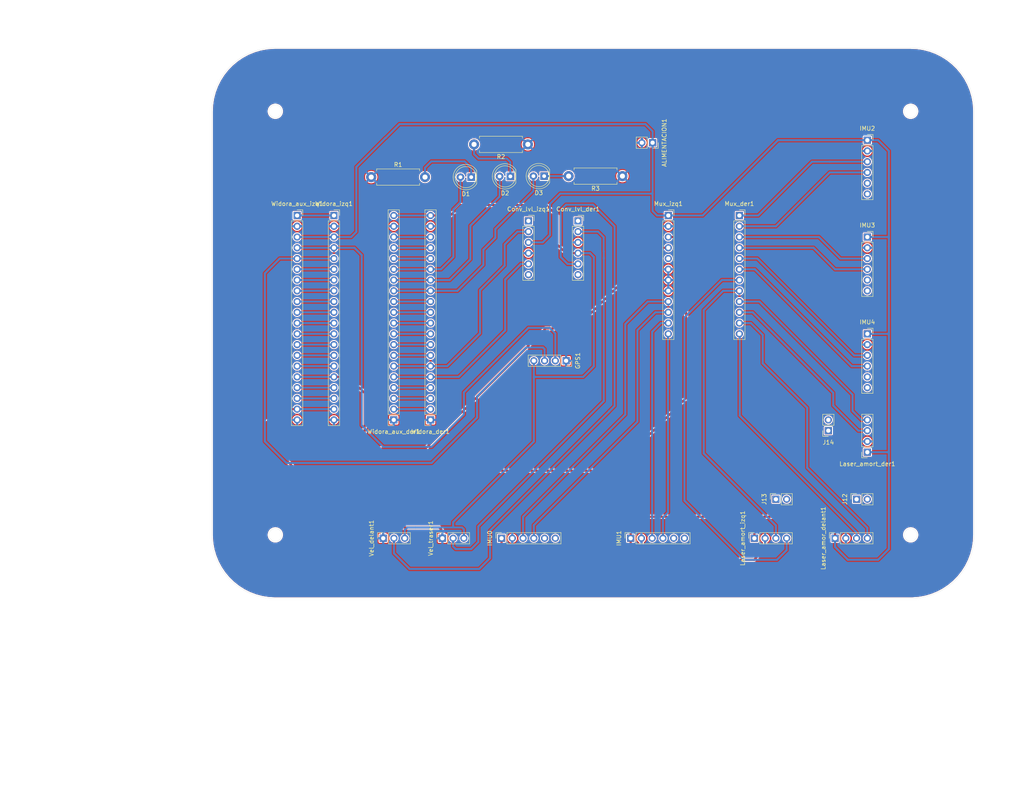
<source format=kicad_pcb>
(kicad_pcb (version 20171130) (host pcbnew "(5.1.9)-1")
  (layers (0 F.Cu signal hide) (31 B.Cu signal) (34 B.Paste user) (35 F.Paste user) (36 B.SilkS user) (37 F.SilkS user) (38 B.Mask user) (39 F.Mask user) (44 Edge.Cuts user))
  (net 0 "")
  (net 1 "Net-(D1-Pad1)")
  (net 2 /IO15)
  (net 3 /IO13)
  (net 4 "Net-(D2-Pad1)")
  (net 5 "Net-(D3-Pad1)")
  (net 6 /IO12)
  (net 7 /TXI1)
  (net 8 /RXO1)
  (net 9 +3V3)
  (net 10 GND)
  (net 11 /RXO2)
  (net 12 /TXI2)
  (net 13 /RXI1)
  (net 14 +5V)
  (net 15 /RXI2)
  (net 16 /TXO1)
  (net 17 /TXO2)
  (net 18 /RX2)
  (net 19 /TX2)
  (net 20 /SDA)
  (net 21 /TXD0)
  (net 22 /RXD0)
  (net 23 /SCL)
  (net 24 /IO19)
  (net 25 /IO23)
  (net 26 /IO18)
  (net 27 /IO5)
  (net 28 /SPID)
  (net 29 /SPIQ)
  (net 30 /CLK)
  (net 31 /CS0)
  (net 32 /WP)
  (net 33 /HD)
  (net 34 /VP)
  (net 35 /VN)
  (net 36 /PU)
  (net 37 /IO32)
  (net 38 /IO33)
  (net 39 /IO25)
  (net 40 /IO26)
  (net 41 /IO27)
  (net 42 /IO14)
  (net 43 /IO2)
  (net 44 /IO0)
  (net 45 /IO4)
  (net 46 /RST)
  (net 47 /SD0)
  (net 48 /SC0)
  (net 49 /SD1)
  (net 50 /SC1)
  (net 51 /SD5)
  (net 52 /SC5)
  (net 53 /SC6)
  (net 54 /SD6)
  (net 55 /SD7)
  (net 56 /SC7)
  (net 57 /G5)
  (net 58 /X5)
  (net 59 /G7)
  (net 60 /X7)
  (net 61 /X6)
  (net 62 /G6)
  (net 63 /SC4)
  (net 64 /SD4)
  (net 65 /SC3)
  (net 66 /SD3)
  (net 67 /SC2)
  (net 68 /SD2)
  (net 69 /INT0)
  (net 70 /FSYNC0)
  (net 71 /FSYNC3)
  (net 72 /INT3)
  (net 73 /FSYNC1)
  (net 74 /INT1)
  (net 75 /INT4)
  (net 76 /FSYNC4)
  (net 77 /INT2)
  (net 78 /FSYNC2)
  (module Connector_PinSocket_2.54mm:PinSocket_1x06_P2.54mm_Vertical (layer F.Cu) (at 125.73 146.05 90)
    (fp_text reference IMU0 (at 0 -2.77 90) (layer F.SilkS))
    (fp_text value Conn_01x06_Female)
    (pad 6 thru_hole oval (at 0 12.7 90) (size 1.7 1.7) (drill 1) (layers *.Cu *.Mask) (net 70 /FSYNC0))
    (pad 5 thru_hole oval (at 0 10.16 90) (size 1.7 1.7) (drill 1) (layers *.Cu *.Mask) (net 69 /INT0))
    (pad 4 thru_hole oval (at 0 7.62 90) (size 1.7 1.7) (drill 1) (layers *.Cu *.Mask) (net 48 /SC0))
    (pad 3 thru_hole oval (at 0 5.08 90) (size 1.7 1.7) (drill 1) (layers *.Cu *.Mask) (net 47 /SD0))
    (pad 2 thru_hole oval (at 0 2.54 90) (size 1.7 1.7) (drill 1) (layers *.Cu *.Mask) (net 10 GND))
    (pad 1 thru_hole rect (at 0 0 90) (size 1.7 1.7) (drill 1) (layers *.Cu *.Mask) (net 9 +3V3))
  )
  (module Connector_PinSocket_2.54mm:PinSocket_1x12_P2.54mm_Vertical (layer F.Cu) (at 165.1 69.85)
    (fp_text reference Mux_izq1 (at 0 -2.77) (layer F.SilkS))
    (fp_text value Conn_01x12_Female)
    (pad 12 thru_hole oval (at 0 27.94) (size 1.7 1.7) (drill 1) (layers *.Cu *.Mask) (net 50 /SC1))
    (pad 11 thru_hole oval (at 0 25.4) (size 1.7 1.7) (drill 1) (layers *.Cu *.Mask) (net 49 /SD1))
    (pad 10 thru_hole oval (at 0 22.86) (size 1.7 1.7) (drill 1) (layers *.Cu *.Mask) (net 48 /SC0))
    (pad 9 thru_hole oval (at 0 20.32) (size 1.7 1.7) (drill 1) (layers *.Cu *.Mask) (net 47 /SD0))
    (pad 8 thru_hole oval (at 0 17.78) (size 1.7 1.7) (drill 1) (layers *.Cu *.Mask) (net 10 GND))
    (pad 7 thru_hole oval (at 0 15.24) (size 1.7 1.7) (drill 1) (layers *.Cu *.Mask) (net 10 GND))
    (pad 6 thru_hole oval (at 0 12.7) (size 1.7 1.7) (drill 1) (layers *.Cu *.Mask) (net 10 GND))
    (pad 5 thru_hole oval (at 0 10.16) (size 1.7 1.7) (drill 1) (layers *.Cu *.Mask) (net 46 /RST))
    (pad 4 thru_hole oval (at 0 7.62) (size 1.7 1.7) (drill 1) (layers *.Cu *.Mask) (net 23 /SCL))
    (pad 3 thru_hole oval (at 0 5.08) (size 1.7 1.7) (drill 1) (layers *.Cu *.Mask) (net 20 /SDA))
    (pad 2 thru_hole oval (at 0 2.54) (size 1.7 1.7) (drill 1) (layers *.Cu *.Mask) (net 10 GND))
    (pad 1 thru_hole rect (at 0 0) (size 1.7 1.7) (drill 1) (layers *.Cu *.Mask) (net 9 +3V3))
  )
  (module Connector_PinSocket_2.54mm:PinSocket_1x02_P2.54mm_Vertical (layer F.Cu) (at 161.3916 52.6669 270)
    (fp_text reference ALIMENTACION1 (at 0 -2.77 90) (layer F.SilkS))
    (fp_text value Conn_01x02_Female)
    (pad 2 thru_hole oval (at 0 2.54 270) (size 1.7 1.7) (drill 1) (layers *.Cu *.Mask) (net 10 GND))
    (pad 1 thru_hole rect (at 0 0 270) (size 1.7 1.7) (drill 1) (layers *.Cu *.Mask) (net 9 +3V3))
  )
  (module Connector_PinSocket_2.54mm:PinSocket_1x20_P2.54mm_Vertical (layer F.Cu) (at 86.16 69.85)
    (fp_text reference Widora_izq1 (at 0 -2.77) (layer F.SilkS))
    (fp_text value Conn_01x20_Female)
    (pad 20 thru_hole oval (at 0 48.26) (size 1.7 1.7) (drill 1) (layers *.Cu *.Mask) (net 10 GND))
    (pad 19 thru_hole oval (at 0 45.72) (size 1.7 1.7) (drill 1) (layers *.Cu *.Mask) (net 20 /SDA))
    (pad 18 thru_hole oval (at 0 43.18) (size 1.7 1.7) (drill 1) (layers *.Cu *.Mask) (net 21 /TXD0))
    (pad 17 thru_hole oval (at 0 40.64) (size 1.7 1.7) (drill 1) (layers *.Cu *.Mask) (net 22 /RXD0))
    (pad 16 thru_hole oval (at 0 38.1) (size 1.7 1.7) (drill 1) (layers *.Cu *.Mask) (net 23 /SCL))
    (pad 15 thru_hole oval (at 0 35.56) (size 1.7 1.7) (drill 1) (layers *.Cu *.Mask) (net 24 /IO19))
    (pad 14 thru_hole oval (at 0 33.02) (size 1.7 1.7) (drill 1) (layers *.Cu *.Mask) (net 25 /IO23))
    (pad 13 thru_hole oval (at 0 30.48) (size 1.7 1.7) (drill 1) (layers *.Cu *.Mask) (net 26 /IO18))
    (pad 12 thru_hole oval (at 0 27.94) (size 1.7 1.7) (drill 1) (layers *.Cu *.Mask) (net 27 /IO5))
    (pad 11 thru_hole oval (at 0 25.4) (size 1.7 1.7) (drill 1) (layers *.Cu *.Mask) (net 28 /SPID))
    (pad 10 thru_hole oval (at 0 22.86) (size 1.7 1.7) (drill 1) (layers *.Cu *.Mask) (net 29 /SPIQ))
    (pad 9 thru_hole oval (at 0 20.32) (size 1.7 1.7) (drill 1) (layers *.Cu *.Mask) (net 30 /CLK))
    (pad 8 thru_hole oval (at 0 17.78) (size 1.7 1.7) (drill 1) (layers *.Cu *.Mask) (net 31 /CS0))
    (pad 7 thru_hole oval (at 0 15.24) (size 1.7 1.7) (drill 1) (layers *.Cu *.Mask) (net 32 /WP))
    (pad 6 thru_hole oval (at 0 12.7) (size 1.7 1.7) (drill 1) (layers *.Cu *.Mask) (net 33 /HD))
    (pad 5 thru_hole oval (at 0 10.16) (size 1.7 1.7) (drill 1) (layers *.Cu *.Mask) (net 19 /TX2))
    (pad 4 thru_hole oval (at 0 7.62) (size 1.7 1.7) (drill 1) (layers *.Cu *.Mask) (net 18 /RX2))
    (pad 3 thru_hole oval (at 0 5.08) (size 1.7 1.7) (drill 1) (layers *.Cu *.Mask) (net 9 +3V3))
    (pad 2 thru_hole oval (at 0 2.54) (size 1.7 1.7) (drill 1) (layers *.Cu *.Mask) (net 10 GND))
    (pad 1 thru_hole rect (at 0 0) (size 1.7 1.7) (drill 1) (layers *.Cu *.Mask) (net 9 +3V3))
  )
  (module Connector_PinSocket_2.54mm:PinSocket_1x20_P2.54mm_Vertical (layer F.Cu) (at 108.97 118.11 180)
    (fp_text reference Widora_der1 (at 0 -2.77) (layer F.SilkS))
    (fp_text value Conn_01x20_Female)
    (pad 20 thru_hole oval (at 0 48.26 180) (size 1.7 1.7) (drill 1) (layers *.Cu *.Mask) (net 14 +5V))
    (pad 19 thru_hole oval (at 0 45.72 180) (size 1.7 1.7) (drill 1) (layers *.Cu *.Mask) (net 10 GND))
    (pad 18 thru_hole oval (at 0 43.18 180) (size 1.7 1.7) (drill 1) (layers *.Cu *.Mask) (net 45 /IO4))
    (pad 17 thru_hole oval (at 0 40.64 180) (size 1.7 1.7) (drill 1) (layers *.Cu *.Mask) (net 44 /IO0))
    (pad 16 thru_hole oval (at 0 38.1 180) (size 1.7 1.7) (drill 1) (layers *.Cu *.Mask) (net 43 /IO2))
    (pad 15 thru_hole oval (at 0 35.56 180) (size 1.7 1.7) (drill 1) (layers *.Cu *.Mask) (net 2 /IO15))
    (pad 14 thru_hole oval (at 0 33.02 180) (size 1.7 1.7) (drill 1) (layers *.Cu *.Mask) (net 3 /IO13))
    (pad 13 thru_hole oval (at 0 30.48 180) (size 1.7 1.7) (drill 1) (layers *.Cu *.Mask) (net 6 /IO12))
    (pad 12 thru_hole oval (at 0 27.94 180) (size 1.7 1.7) (drill 1) (layers *.Cu *.Mask) (net 42 /IO14))
    (pad 11 thru_hole oval (at 0 25.4 180) (size 1.7 1.7) (drill 1) (layers *.Cu *.Mask) (net 41 /IO27))
    (pad 10 thru_hole oval (at 0 22.86 180) (size 1.7 1.7) (drill 1) (layers *.Cu *.Mask) (net 40 /IO26))
    (pad 9 thru_hole oval (at 0 20.32 180) (size 1.7 1.7) (drill 1) (layers *.Cu *.Mask) (net 39 /IO25))
    (pad 8 thru_hole oval (at 0 17.78 180) (size 1.7 1.7) (drill 1) (layers *.Cu *.Mask) (net 38 /IO33))
    (pad 7 thru_hole oval (at 0 15.24 180) (size 1.7 1.7) (drill 1) (layers *.Cu *.Mask) (net 37 /IO32))
    (pad 6 thru_hole oval (at 0 12.7 180) (size 1.7 1.7) (drill 1) (layers *.Cu *.Mask) (net 8 /RXO1))
    (pad 5 thru_hole oval (at 0 10.16 180) (size 1.7 1.7) (drill 1) (layers *.Cu *.Mask) (net 11 /RXO2))
    (pad 4 thru_hole oval (at 0 7.62 180) (size 1.7 1.7) (drill 1) (layers *.Cu *.Mask) (net 36 /PU))
    (pad 3 thru_hole oval (at 0 5.08 180) (size 1.7 1.7) (drill 1) (layers *.Cu *.Mask) (net 35 /VN))
    (pad 2 thru_hole oval (at 0 2.54 180) (size 1.7 1.7) (drill 1) (layers *.Cu *.Mask) (net 34 /VP))
    (pad 1 thru_hole rect (at 0 0 180) (size 1.7 1.7) (drill 1) (layers *.Cu *.Mask) (net 10 GND))
  )
  (module Connector_PinSocket_2.54mm:PinSocket_1x20_P2.54mm_Vertical (layer F.Cu) (at 77.47 69.85)
    (fp_text reference Widora_aux_izq1 (at 0 -2.77) (layer F.SilkS))
    (fp_text value Conn_01x20_Female)
    (pad 20 thru_hole oval (at 0 48.26) (size 1.7 1.7) (drill 1) (layers *.Cu *.Mask) (net 10 GND))
    (pad 19 thru_hole oval (at 0 45.72) (size 1.7 1.7) (drill 1) (layers *.Cu *.Mask) (net 20 /SDA))
    (pad 18 thru_hole oval (at 0 43.18) (size 1.7 1.7) (drill 1) (layers *.Cu *.Mask) (net 21 /TXD0))
    (pad 17 thru_hole oval (at 0 40.64) (size 1.7 1.7) (drill 1) (layers *.Cu *.Mask) (net 22 /RXD0))
    (pad 16 thru_hole oval (at 0 38.1) (size 1.7 1.7) (drill 1) (layers *.Cu *.Mask) (net 23 /SCL))
    (pad 15 thru_hole oval (at 0 35.56) (size 1.7 1.7) (drill 1) (layers *.Cu *.Mask) (net 24 /IO19))
    (pad 14 thru_hole oval (at 0 33.02) (size 1.7 1.7) (drill 1) (layers *.Cu *.Mask) (net 25 /IO23))
    (pad 13 thru_hole oval (at 0 30.48) (size 1.7 1.7) (drill 1) (layers *.Cu *.Mask) (net 26 /IO18))
    (pad 12 thru_hole oval (at 0 27.94) (size 1.7 1.7) (drill 1) (layers *.Cu *.Mask) (net 27 /IO5))
    (pad 11 thru_hole oval (at 0 25.4) (size 1.7 1.7) (drill 1) (layers *.Cu *.Mask) (net 28 /SPID))
    (pad 10 thru_hole oval (at 0 22.86) (size 1.7 1.7) (drill 1) (layers *.Cu *.Mask) (net 29 /SPIQ))
    (pad 9 thru_hole oval (at 0 20.32) (size 1.7 1.7) (drill 1) (layers *.Cu *.Mask) (net 30 /CLK))
    (pad 8 thru_hole oval (at 0 17.78) (size 1.7 1.7) (drill 1) (layers *.Cu *.Mask) (net 31 /CS0))
    (pad 7 thru_hole oval (at 0 15.24) (size 1.7 1.7) (drill 1) (layers *.Cu *.Mask) (net 32 /WP))
    (pad 6 thru_hole oval (at 0 12.7) (size 1.7 1.7) (drill 1) (layers *.Cu *.Mask) (net 33 /HD))
    (pad 5 thru_hole oval (at 0 10.16) (size 1.7 1.7) (drill 1) (layers *.Cu *.Mask) (net 19 /TX2))
    (pad 4 thru_hole oval (at 0 7.62) (size 1.7 1.7) (drill 1) (layers *.Cu *.Mask) (net 18 /RX2))
    (pad 3 thru_hole oval (at 0 5.08) (size 1.7 1.7) (drill 1) (layers *.Cu *.Mask) (net 9 +3V3))
    (pad 2 thru_hole oval (at 0 2.54) (size 1.7 1.7) (drill 1) (layers *.Cu *.Mask) (net 10 GND))
    (pad 1 thru_hole rect (at 0 0) (size 1.7 1.7) (drill 1) (layers *.Cu *.Mask) (net 9 +3V3))
  )
  (module Connector_PinSocket_2.54mm:PinSocket_1x20_P2.54mm_Vertical (layer F.Cu) (at 100.28 118.11 180)
    (fp_text reference Widora_aux_der1 (at 0 -2.77) (layer F.SilkS))
    (fp_text value Conn_01x20_Female)
    (pad 20 thru_hole oval (at 0 48.26 180) (size 1.7 1.7) (drill 1) (layers *.Cu *.Mask) (net 14 +5V))
    (pad 19 thru_hole oval (at 0 45.72 180) (size 1.7 1.7) (drill 1) (layers *.Cu *.Mask) (net 10 GND))
    (pad 18 thru_hole oval (at 0 43.18 180) (size 1.7 1.7) (drill 1) (layers *.Cu *.Mask) (net 45 /IO4))
    (pad 17 thru_hole oval (at 0 40.64 180) (size 1.7 1.7) (drill 1) (layers *.Cu *.Mask) (net 44 /IO0))
    (pad 16 thru_hole oval (at 0 38.1 180) (size 1.7 1.7) (drill 1) (layers *.Cu *.Mask) (net 43 /IO2))
    (pad 15 thru_hole oval (at 0 35.56 180) (size 1.7 1.7) (drill 1) (layers *.Cu *.Mask) (net 2 /IO15))
    (pad 14 thru_hole oval (at 0 33.02 180) (size 1.7 1.7) (drill 1) (layers *.Cu *.Mask) (net 3 /IO13))
    (pad 13 thru_hole oval (at 0 30.48 180) (size 1.7 1.7) (drill 1) (layers *.Cu *.Mask) (net 6 /IO12))
    (pad 12 thru_hole oval (at 0 27.94 180) (size 1.7 1.7) (drill 1) (layers *.Cu *.Mask) (net 42 /IO14))
    (pad 11 thru_hole oval (at 0 25.4 180) (size 1.7 1.7) (drill 1) (layers *.Cu *.Mask) (net 41 /IO27))
    (pad 10 thru_hole oval (at 0 22.86 180) (size 1.7 1.7) (drill 1) (layers *.Cu *.Mask) (net 40 /IO26))
    (pad 9 thru_hole oval (at 0 20.32 180) (size 1.7 1.7) (drill 1) (layers *.Cu *.Mask) (net 39 /IO25))
    (pad 8 thru_hole oval (at 0 17.78 180) (size 1.7 1.7) (drill 1) (layers *.Cu *.Mask) (net 38 /IO33))
    (pad 7 thru_hole oval (at 0 15.24 180) (size 1.7 1.7) (drill 1) (layers *.Cu *.Mask) (net 37 /IO32))
    (pad 6 thru_hole oval (at 0 12.7 180) (size 1.7 1.7) (drill 1) (layers *.Cu *.Mask) (net 8 /RXO1))
    (pad 5 thru_hole oval (at 0 10.16 180) (size 1.7 1.7) (drill 1) (layers *.Cu *.Mask) (net 11 /RXO2))
    (pad 4 thru_hole oval (at 0 7.62 180) (size 1.7 1.7) (drill 1) (layers *.Cu *.Mask) (net 36 /PU))
    (pad 3 thru_hole oval (at 0 5.08 180) (size 1.7 1.7) (drill 1) (layers *.Cu *.Mask) (net 35 /VN))
    (pad 2 thru_hole oval (at 0 2.54 180) (size 1.7 1.7) (drill 1) (layers *.Cu *.Mask) (net 34 /VP))
    (pad 1 thru_hole rect (at 0 0 180) (size 1.7 1.7) (drill 1) (layers *.Cu *.Mask) (net 10 GND))
  )
  (module Connector_PinSocket_2.54mm:PinSocket_1x03_P2.54mm_Vertical (layer F.Cu) (at 111.76 146.05 90)
    (fp_text reference Vel_traser1 (at 0 -2.77 90) (layer F.SilkS))
    (fp_text value Conn_01x03_Female)
    (pad 3 thru_hole oval (at 0 5.08 90) (size 1.7 1.7) (drill 1) (layers *.Cu *.Mask) (net 14 +5V))
    (pad 2 thru_hole oval (at 0 2.54 90) (size 1.7 1.7) (drill 1) (layers *.Cu *.Mask) (net 15 /RXI2))
    (pad 1 thru_hole rect (at 0 0 90) (size 1.7 1.7) (drill 1) (layers *.Cu *.Mask) (net 10 GND))
  )
  (module Connector_PinSocket_2.54mm:PinSocket_1x03_P2.54mm_Vertical (layer F.Cu) (at 97.79 146.05 90)
    (fp_text reference Vel_delant1 (at 0 -2.77 90) (layer F.SilkS))
    (fp_text value Conn_01x03_Female)
    (pad 3 thru_hole oval (at 0 5.08 90) (size 1.7 1.7) (drill 1) (layers *.Cu *.Mask) (net 14 +5V))
    (pad 2 thru_hole oval (at 0 2.54 90) (size 1.7 1.7) (drill 1) (layers *.Cu *.Mask) (net 13 /RXI1))
    (pad 1 thru_hole rect (at 0 0 90) (size 1.7 1.7) (drill 1) (layers *.Cu *.Mask) (net 10 GND))
  )
  (module Resistor_THT:R_Axial_DIN0411_L9.9mm_D3.6mm_P12.70mm_Horizontal (layer F.Cu) (at 154.2669 60.5536 180)
    (fp_text reference R3 (at 6.35 -2.92) (layer F.SilkS))
    (fp_text value 220)
    (pad 2 thru_hole oval (at 12.7 0 180) (size 2.4 2.4) (drill 1.2) (layers *.Cu *.Mask) (net 5 "Net-(D3-Pad1)"))
    (pad 1 thru_hole circle (at 0 0 180) (size 2.4 2.4) (drill 1.2) (layers *.Cu *.Mask) (net 10 GND))
  )
  (module Resistor_THT:R_Axial_DIN0411_L9.9mm_D3.6mm_P12.70mm_Horizontal (layer F.Cu) (at 131.9403 53.0606 180)
    (fp_text reference R2 (at 6.35 -2.92) (layer F.SilkS))
    (fp_text value 220)
    (pad 2 thru_hole oval (at 12.7 0 180) (size 2.4 2.4) (drill 1.2) (layers *.Cu *.Mask) (net 4 "Net-(D2-Pad1)"))
    (pad 1 thru_hole circle (at 0 0 180) (size 2.4 2.4) (drill 1.2) (layers *.Cu *.Mask) (net 10 GND))
  )
  (module Resistor_THT:R_Axial_DIN0411_L9.9mm_D3.6mm_P12.70mm_Horizontal (layer F.Cu) (at 94.9579 60.7822)
    (fp_text reference R1 (at 6.35 -2.92) (layer F.SilkS))
    (fp_text value 220)
    (pad 2 thru_hole oval (at 12.7 0) (size 2.4 2.4) (drill 1.2) (layers *.Cu *.Mask) (net 1 "Net-(D1-Pad1)"))
    (pad 1 thru_hole circle (at 0 0) (size 2.4 2.4) (drill 1.2) (layers *.Cu *.Mask) (net 10 GND))
  )
  (module Connector_PinSocket_2.54mm:PinSocket_1x12_P2.54mm_Vertical (layer F.Cu) (at 181.88 69.85)
    (fp_text reference Mux_der1 (at 0 -2.77) (layer F.SilkS))
    (fp_text value Conn_01x12_Female)
    (pad 12 thru_hole oval (at 0 27.94) (size 1.7 1.7) (drill 1) (layers *.Cu *.Mask) (net 56 /SC7))
    (pad 11 thru_hole oval (at 0 25.4) (size 1.7 1.7) (drill 1) (layers *.Cu *.Mask) (net 55 /SD7))
    (pad 10 thru_hole oval (at 0 22.86) (size 1.7 1.7) (drill 1) (layers *.Cu *.Mask) (net 53 /SC6))
    (pad 9 thru_hole oval (at 0 20.32) (size 1.7 1.7) (drill 1) (layers *.Cu *.Mask) (net 54 /SD6))
    (pad 8 thru_hole oval (at 0 17.78) (size 1.7 1.7) (drill 1) (layers *.Cu *.Mask) (net 52 /SC5))
    (pad 7 thru_hole oval (at 0 15.24) (size 1.7 1.7) (drill 1) (layers *.Cu *.Mask) (net 51 /SD5))
    (pad 6 thru_hole oval (at 0 12.7) (size 1.7 1.7) (drill 1) (layers *.Cu *.Mask) (net 63 /SC4))
    (pad 5 thru_hole oval (at 0 10.16) (size 1.7 1.7) (drill 1) (layers *.Cu *.Mask) (net 64 /SD4))
    (pad 4 thru_hole oval (at 0 7.62) (size 1.7 1.7) (drill 1) (layers *.Cu *.Mask) (net 65 /SC3))
    (pad 3 thru_hole oval (at 0 5.08) (size 1.7 1.7) (drill 1) (layers *.Cu *.Mask) (net 66 /SD3))
    (pad 2 thru_hole oval (at 0 2.54) (size 1.7 1.7) (drill 1) (layers *.Cu *.Mask) (net 67 /SC2))
    (pad 1 thru_hole rect (at 0 0) (size 1.7 1.7) (drill 1) (layers *.Cu *.Mask) (net 68 /SD2))
  )
  (module Connector_PinSocket_2.54mm:PinSocket_1x04_P2.54mm_Vertical (layer F.Cu) (at 185.42 146.05 90)
    (fp_text reference Laser_amort_izq1 (at 0 -2.77 90) (layer F.SilkS))
    (fp_text value Conn_01x04_Female)
    (pad 4 thru_hole oval (at 0 7.62 90) (size 1.7 1.7) (drill 1) (layers *.Cu *.Mask) (net 51 /SD5))
    (pad 3 thru_hole oval (at 0 5.08 90) (size 1.7 1.7) (drill 1) (layers *.Cu *.Mask) (net 52 /SC5))
    (pad 2 thru_hole oval (at 0 2.54 90) (size 1.7 1.7) (drill 1) (layers *.Cu *.Mask) (net 10 GND))
    (pad 1 thru_hole rect (at 0 0 90) (size 1.7 1.7) (drill 1) (layers *.Cu *.Mask) (net 9 +3V3))
  )
  (module Connector_PinSocket_2.54mm:PinSocket_1x04_P2.54mm_Vertical (layer F.Cu) (at 212.09 125.73 180)
    (fp_text reference Laser_amort_der1 (at 0 -2.77) (layer F.SilkS))
    (fp_text value Conn_01x04_Female)
    (pad 4 thru_hole oval (at 0 7.62 180) (size 1.7 1.7) (drill 1) (layers *.Cu *.Mask) (net 54 /SD6))
    (pad 3 thru_hole oval (at 0 5.08 180) (size 1.7 1.7) (drill 1) (layers *.Cu *.Mask) (net 53 /SC6))
    (pad 2 thru_hole oval (at 0 2.54 180) (size 1.7 1.7) (drill 1) (layers *.Cu *.Mask) (net 10 GND))
    (pad 1 thru_hole rect (at 0 0 180) (size 1.7 1.7) (drill 1) (layers *.Cu *.Mask) (net 9 +3V3))
  )
  (module Connector_PinSocket_2.54mm:PinSocket_1x04_P2.54mm_Vertical (layer F.Cu) (at 204.47 146.05 90)
    (fp_text reference Laser_amor_delant1 (at 0 -2.77 90) (layer F.SilkS))
    (fp_text value Conn_01x04_Female)
    (pad 4 thru_hole oval (at 0 7.62 90) (size 1.7 1.7) (drill 1) (layers *.Cu *.Mask) (net 55 /SD7))
    (pad 3 thru_hole oval (at 0 5.08 90) (size 1.7 1.7) (drill 1) (layers *.Cu *.Mask) (net 56 /SC7))
    (pad 2 thru_hole oval (at 0 2.54 90) (size 1.7 1.7) (drill 1) (layers *.Cu *.Mask) (net 10 GND))
    (pad 1 thru_hole rect (at 0 0 90) (size 1.7 1.7) (drill 1) (layers *.Cu *.Mask) (net 9 +3V3))
  )
  (module Connector_PinSocket_2.54mm:PinSocket_1x02_P2.54mm_Vertical (layer F.Cu) (at 202.88 120.65 180)
    (fp_text reference J14 (at 0 -2.77) (layer F.SilkS))
    (fp_text value Conn_01x02_Female)
    (pad 2 thru_hole oval (at 0 2.54 180) (size 1.7 1.7) (drill 1) (layers *.Cu *.Mask) (net 61 /X6))
    (pad 1 thru_hole rect (at 0 0 180) (size 1.7 1.7) (drill 1) (layers *.Cu *.Mask) (net 62 /G6))
  )
  (module Connector_PinSocket_2.54mm:PinSocket_1x02_P2.54mm_Vertical (layer F.Cu) (at 190.5 136.84 90)
    (fp_text reference J13 (at 0 -2.77 90) (layer F.SilkS))
    (fp_text value Conn_01x02_Female)
    (pad 2 thru_hole oval (at 0 2.54 90) (size 1.7 1.7) (drill 1) (layers *.Cu *.Mask) (net 60 /X7))
    (pad 1 thru_hole rect (at 0 0 90) (size 1.7 1.7) (drill 1) (layers *.Cu *.Mask) (net 59 /G7))
  )
  (module Connector_PinSocket_2.54mm:PinSocket_1x02_P2.54mm_Vertical (layer F.Cu) (at 209.55 136.84 90)
    (fp_text reference J12 (at 0 -2.77 90) (layer F.SilkS))
    (fp_text value Conn_01x02_Female)
    (pad 2 thru_hole oval (at 0 2.54 90) (size 1.7 1.7) (drill 1) (layers *.Cu *.Mask) (net 58 /X5))
    (pad 1 thru_hole rect (at 0 0 90) (size 1.7 1.7) (drill 1) (layers *.Cu *.Mask) (net 57 /G5))
  )
  (module Connector_PinSocket_2.54mm:PinSocket_1x06_P2.54mm_Vertical (layer F.Cu) (at 212.09 97.79)
    (fp_text reference IMU4 (at 0 -2.77) (layer F.SilkS))
    (fp_text value Conn_01x06_Female)
    (pad 6 thru_hole oval (at 0 12.7) (size 1.7 1.7) (drill 1) (layers *.Cu *.Mask) (net 76 /FSYNC4))
    (pad 5 thru_hole oval (at 0 10.16) (size 1.7 1.7) (drill 1) (layers *.Cu *.Mask) (net 75 /INT4))
    (pad 4 thru_hole oval (at 0 7.62) (size 1.7 1.7) (drill 1) (layers *.Cu *.Mask) (net 63 /SC4))
    (pad 3 thru_hole oval (at 0 5.08) (size 1.7 1.7) (drill 1) (layers *.Cu *.Mask) (net 64 /SD4))
    (pad 2 thru_hole oval (at 0 2.54) (size 1.7 1.7) (drill 1) (layers *.Cu *.Mask) (net 10 GND))
    (pad 1 thru_hole rect (at 0 0) (size 1.7 1.7) (drill 1) (layers *.Cu *.Mask) (net 9 +3V3))
  )
  (module Connector_PinSocket_2.54mm:PinSocket_1x06_P2.54mm_Vertical (layer F.Cu) (at 212.09 74.93)
    (fp_text reference IMU3 (at 0 -2.77) (layer F.SilkS))
    (fp_text value Conn_01x06_Female)
    (pad 6 thru_hole oval (at 0 12.7) (size 1.7 1.7) (drill 1) (layers *.Cu *.Mask) (net 71 /FSYNC3))
    (pad 5 thru_hole oval (at 0 10.16) (size 1.7 1.7) (drill 1) (layers *.Cu *.Mask) (net 72 /INT3))
    (pad 4 thru_hole oval (at 0 7.62) (size 1.7 1.7) (drill 1) (layers *.Cu *.Mask) (net 65 /SC3))
    (pad 3 thru_hole oval (at 0 5.08) (size 1.7 1.7) (drill 1) (layers *.Cu *.Mask) (net 66 /SD3))
    (pad 2 thru_hole oval (at 0 2.54) (size 1.7 1.7) (drill 1) (layers *.Cu *.Mask) (net 10 GND))
    (pad 1 thru_hole rect (at 0 0) (size 1.7 1.7) (drill 1) (layers *.Cu *.Mask) (net 9 +3V3))
  )
  (module Connector_PinSocket_2.54mm:PinSocket_1x06_P2.54mm_Vertical (layer F.Cu) (at 212.09 52.07)
    (fp_text reference IMU2 (at 0 -2.77) (layer F.SilkS))
    (fp_text value Conn_01x06_Female)
    (pad 6 thru_hole oval (at 0 12.7) (size 1.7 1.7) (drill 1) (layers *.Cu *.Mask) (net 78 /FSYNC2))
    (pad 5 thru_hole oval (at 0 10.16) (size 1.7 1.7) (drill 1) (layers *.Cu *.Mask) (net 77 /INT2))
    (pad 4 thru_hole oval (at 0 7.62) (size 1.7 1.7) (drill 1) (layers *.Cu *.Mask) (net 67 /SC2))
    (pad 3 thru_hole oval (at 0 5.08) (size 1.7 1.7) (drill 1) (layers *.Cu *.Mask) (net 68 /SD2))
    (pad 2 thru_hole oval (at 0 2.54) (size 1.7 1.7) (drill 1) (layers *.Cu *.Mask) (net 10 GND))
    (pad 1 thru_hole rect (at 0 0) (size 1.7 1.7) (drill 1) (layers *.Cu *.Mask) (net 9 +3V3))
  )
  (module Connector_PinSocket_2.54mm:PinSocket_1x06_P2.54mm_Vertical (layer F.Cu) (at 156.21 146.05 90)
    (fp_text reference IMU1 (at 0 -2.77 90) (layer F.SilkS))
    (fp_text value Conn_01x06_Female)
    (pad 6 thru_hole oval (at 0 12.7 90) (size 1.7 1.7) (drill 1) (layers *.Cu *.Mask) (net 73 /FSYNC1))
    (pad 5 thru_hole oval (at 0 10.16 90) (size 1.7 1.7) (drill 1) (layers *.Cu *.Mask) (net 74 /INT1))
    (pad 4 thru_hole oval (at 0 7.62 90) (size 1.7 1.7) (drill 1) (layers *.Cu *.Mask) (net 50 /SC1))
    (pad 3 thru_hole oval (at 0 5.08 90) (size 1.7 1.7) (drill 1) (layers *.Cu *.Mask) (net 49 /SD1))
    (pad 2 thru_hole oval (at 0 2.54 90) (size 1.7 1.7) (drill 1) (layers *.Cu *.Mask) (net 10 GND))
    (pad 1 thru_hole rect (at 0 0 90) (size 1.7 1.7) (drill 1) (layers *.Cu *.Mask) (net 9 +3V3))
  )
  (module Connector_PinSocket_2.54mm:PinSocket_1x04_P2.54mm_Vertical (layer F.Cu) (at 140.97 104.14 270)
    (fp_text reference GPS1 (at 0 -2.77 90) (layer F.SilkS))
    (fp_text value Conn_01x04_Female)
    (pad 1 thru_hole rect (at 0 0 270) (size 1.7 1.7) (drill 1) (layers *.Cu *.Mask) (net 10 GND))
    (pad 2 thru_hole oval (at 0 2.54 270) (size 1.7 1.7) (drill 1) (layers *.Cu *.Mask) (net 18 /RX2))
    (pad 3 thru_hole oval (at 0 5.08 270) (size 1.7 1.7) (drill 1) (layers *.Cu *.Mask) (net 19 /TX2))
    (pad 4 thru_hole oval (at 0 7.62 270) (size 1.7 1.7) (drill 1) (layers *.Cu *.Mask) (net 14 +5V))
  )
  (module LED_THT:LED_D5.0mm (layer F.Cu) (at 135.7884 60.5536 180)
    (fp_text reference D3 (at 1.27 -3.96) (layer F.SilkS))
    (fp_text value LED)
    (pad 2 thru_hole circle (at 2.54 0 180) (size 1.8 1.8) (drill 0.9) (layers *.Cu *.Mask) (net 6 /IO12))
    (pad 1 thru_hole rect (at 0 0 180) (size 1.8 1.8) (drill 0.9) (layers *.Cu *.Mask) (net 5 "Net-(D3-Pad1)"))
  )
  (module LED_THT:LED_D5.0mm (layer F.Cu) (at 127.8128 60.6171 180)
    (fp_text reference D2 (at 1.27 -3.96) (layer F.SilkS))
    (fp_text value LED)
    (pad 2 thru_hole circle (at 2.54 0 180) (size 1.8 1.8) (drill 0.9) (layers *.Cu *.Mask) (net 3 /IO13))
    (pad 1 thru_hole rect (at 0 0 180) (size 1.8 1.8) (drill 0.9) (layers *.Cu *.Mask) (net 4 "Net-(D2-Pad1)"))
  )
  (module LED_THT:LED_D5.0mm (layer F.Cu) (at 118.5672 60.7949 180)
    (fp_text reference D1 (at 1.27 -3.96) (layer F.SilkS))
    (fp_text value LED)
    (pad 2 thru_hole circle (at 2.54 0 180) (size 1.8 1.8) (drill 0.9) (layers *.Cu *.Mask) (net 2 /IO15))
    (pad 1 thru_hole rect (at 0 0 180) (size 1.8 1.8) (drill 0.9) (layers *.Cu *.Mask) (net 1 "Net-(D1-Pad1)"))
  )
  (module Connector_PinSocket_2.54mm:PinSocket_1x06_P2.54mm_Vertical (layer F.Cu) (at 132.08 71.12)
    (fp_text reference Conv_lvl_izq1 (at 0 -2.77) (layer F.SilkS))
    (fp_text value Conn_01x06_Female)
    (pad 6 thru_hole oval (at 0 12.7) (size 1.7 1.7) (drill 1) (layers *.Cu *.Mask) (net 12 /TXI2))
    (pad 5 thru_hole oval (at 0 10.16) (size 1.7 1.7) (drill 1) (layers *.Cu *.Mask) (net 11 /RXO2))
    (pad 4 thru_hole oval (at 0 7.62) (size 1.7 1.7) (drill 1) (layers *.Cu *.Mask) (net 10 GND))
    (pad 3 thru_hole oval (at 0 5.08) (size 1.7 1.7) (drill 1) (layers *.Cu *.Mask) (net 9 +3V3))
    (pad 2 thru_hole oval (at 0 2.54) (size 1.7 1.7) (drill 1) (layers *.Cu *.Mask) (net 8 /RXO1))
    (pad 1 thru_hole rect (at 0 0) (size 1.7 1.7) (drill 1) (layers *.Cu *.Mask) (net 7 /TXI1))
  )
  (module Connector_PinSocket_2.54mm:PinSocket_1x06_P2.54mm_Vertical (layer F.Cu) (at 143.78 71.12)
    (fp_text reference Conv_lvl_der1 (at 0 -2.77) (layer F.SilkS))
    (fp_text value Conn_01x06_Female)
    (pad 6 thru_hole oval (at 0 12.7) (size 1.7 1.7) (drill 1) (layers *.Cu *.Mask) (net 16 /TXO1))
    (pad 5 thru_hole oval (at 0 10.16) (size 1.7 1.7) (drill 1) (layers *.Cu *.Mask) (net 13 /RXI1))
    (pad 4 thru_hole oval (at 0 7.62) (size 1.7 1.7) (drill 1) (layers *.Cu *.Mask) (net 14 +5V))
    (pad 3 thru_hole oval (at 0 5.08) (size 1.7 1.7) (drill 1) (layers *.Cu *.Mask) (net 10 GND))
    (pad 2 thru_hole oval (at 0 2.54) (size 1.7 1.7) (drill 1) (layers *.Cu *.Mask) (net 15 /RXI2))
    (pad 1 thru_hole rect (at 0 0) (size 1.7 1.7) (drill 1) (layers *.Cu *.Mask) (net 17 /TXO2))
  )
  (gr_circle (center 222.32 145.25) (end 220.77 145.25) (layer Edge.Cuts) (width 0.05))
  (gr_circle (center 222.32 45.25) (end 220.77 45.25) (layer Edge.Cuts) (width 0.05))
  (gr_arc (start 222.32 45.25) (end 237.32 45.25) (angle -90) (layer Edge.Cuts) (width 0.05))
  (gr_line (start 72.32 30.25) (end 222.32 30.25) (angle 90) (layer Edge.Cuts) (width 0.05))
  (gr_line (start 237.32 45.25) (end 237.32 145.25) (angle 90) (layer Edge.Cuts) (width 0.05))
  (gr_line (start 222.32 160.25) (end 72.32 160.25) (angle 90) (layer Edge.Cuts) (width 0.05))
  (gr_line (start 57.32 145.25) (end 57.32 45.25) (angle 90) (layer Edge.Cuts) (width 0.05))
  (gr_arc (start 72.32 45.25) (end 72.32 30.25) (angle -90) (layer Edge.Cuts) (width 0.05))
  (gr_arc (start 222.32 145.25) (end 222.32 160.25) (angle -90) (layer Edge.Cuts) (width 0.05))
  (gr_arc (start 72.32 145.25) (end 57.32 145.25) (angle -90) (layer Edge.Cuts) (width 0.05))
  (gr_circle (center 72.32 45.25) (end 70.77 45.25) (layer Edge.Cuts) (width 0.05))
  (gr_circle (center 72.32 145.25) (end 70.77 145.25) (layer Edge.Cuts) (width 0.05))
  (segment (start 117.0051 57.0865) (end 118.5672 58.6486) (width 0.508) (layer B.Cu) (net 1))
  (segment (start 109.1438 57.0865) (end 117.0051 57.0865) (width 0.508) (layer B.Cu) (net 1))
  (segment (start 107.6579 58.5724) (end 109.1438 57.0865) (width 0.508) (layer B.Cu) (net 1))
  (segment (start 118.5672 58.6486) (end 118.5672 60.7949) (width 0.508) (layer B.Cu) (net 1))
  (segment (start 107.6579 60.7822) (end 107.6579 58.5724) (width 0.508) (layer B.Cu) (net 1))
  (segment (start 100.53 82.55) (end 109.22 82.55) (width 0.508) (layer B.Cu) (net 2))
  (segment (start 108.97 82.55) (end 111.4298 82.55) (width 0.508) (layer B.Cu) (net 2))
  (segment (start 111.4298 82.55) (end 114.3508 79.629) (width 0.508) (layer B.Cu) (net 2))
  (segment (start 114.3508 79.629) (end 114.3508 68.3895) (width 0.508) (layer B.Cu) (net 2))
  (segment (start 116.0272 66.7131) (end 116.0272 60.7949) (width 0.508) (layer B.Cu) (net 2))
  (segment (start 114.3508 68.3895) (end 116.0272 66.7131) (width 0.508) (layer B.Cu) (net 2))
  (segment (start 100.53 85.09) (end 109.22 85.09) (width 0.508) (layer B.Cu) (net 3))
  (segment (start 108.97 85.09) (end 113.4872 85.09) (width 0.508) (layer B.Cu) (net 3))
  (segment (start 113.4872 85.09) (end 118.3767 80.2005) (width 0.508) (layer B.Cu) (net 3))
  (segment (start 118.3767 80.2005) (end 118.3767 72.2503) (width 0.508) (layer B.Cu) (net 3))
  (segment (start 125.2728 65.3542) (end 125.2728 60.6171) (width 0.508) (layer B.Cu) (net 3))
  (segment (start 118.3767 72.2503) (end 125.2728 65.3542) (width 0.508) (layer B.Cu) (net 3))
  (segment (start 119.2403 53.0606) (end 119.2403 55.3593) (width 0.508) (layer B.Cu) (net 4))
  (segment (start 119.2403 55.3593) (end 120.2944 56.4134) (width 0.508) (layer B.Cu) (net 4))
  (segment (start 120.2944 56.4134) (end 126.9746 56.4134) (width 0.508) (layer B.Cu) (net 4))
  (segment (start 127.8128 57.2516) (end 127.8128 60.6171) (width 0.508) (layer B.Cu) (net 4))
  (segment (start 126.9746 56.4134) (end 127.8128 57.2516) (width 0.508) (layer B.Cu) (net 4))
  (segment (start 141.5669 60.5536) (end 135.7884 60.5536) (width 0.508) (layer B.Cu) (net 5))
  (segment (start 100.53 87.63) (end 109.22 87.63) (width 0.508) (layer B.Cu) (net 6))
  (segment (start 115.316 87.63) (end 108.97 87.63) (width 0.508) (layer B.Cu) (net 6))
  (segment (start 121.4374 81.5086) (end 115.316 87.63) (width 0.508) (layer B.Cu) (net 6))
  (segment (start 121.4374 77.9272) (end 121.4374 81.5086) (width 0.508) (layer B.Cu) (net 6))
  (segment (start 124.2568 75.1078) (end 121.4374 77.9272) (width 0.508) (layer B.Cu) (net 6))
  (segment (start 124.2568 73.0631) (end 124.2568 75.1078) (width 0.508) (layer B.Cu) (net 6))
  (segment (start 133.2484 64.0715) (end 124.2568 73.0631) (width 0.508) (layer B.Cu) (net 6))
  (segment (start 133.2484 60.5536) (end 133.2484 64.0715) (width 0.508) (layer B.Cu) (net 6))
  (segment (start 109.22 105.41) (end 100.53 105.41) (width 0.508) (layer B.Cu) (net 8))
  (segment (start 108.97 104.609002) (end 108.97 105.41) (width 0.508) (layer B.Cu) (net 8))
  (segment (start 112.9157 105.41) (end 120.65 97.6757) (width 0.508) (layer B.Cu) (net 8))
  (segment (start 108.97 105.41) (end 112.9157 105.41) (width 0.508) (layer B.Cu) (net 8))
  (segment (start 132.08 73.66) (end 129.4765 73.66) (width 0.508) (layer B.Cu) (net 8))
  (segment (start 129.4765 73.66) (end 126.4666 76.6699) (width 0.508) (layer B.Cu) (net 8))
  (segment (start 126.4666 76.6699) (end 126.4666 81.661) (width 0.508) (layer B.Cu) (net 8))
  (segment (start 120.65 87.4776) (end 120.65 97.6757) (width 0.508) (layer B.Cu) (net 8))
  (segment (start 126.4666 81.661) (end 120.65 87.4776) (width 0.508) (layer B.Cu) (net 8))
  (segment (start 86.16 69.85) (end 77.47 69.85) (width 0.508) (layer B.Cu) (net 9))
  (segment (start 77.47 74.93) (end 86.16 74.93) (width 0.508) (layer B.Cu) (net 9))
  (segment (start 151.13 151.13) (end 130.81 151.13) (width 0.508) (layer F.Cu) (net 9))
  (segment (start 161.29 140.97) (end 180.34 140.97) (width 0.508) (layer F.Cu) (net 9))
  (segment (start 165.1 69.85) (end 173.2153 69.85) (width 0.508) (layer B.Cu) (net 9))
  (segment (start 190.9953 52.07) (end 212.09 52.07) (width 0.508) (layer B.Cu) (net 9))
  (segment (start 173.2153 69.85) (end 190.9953 52.07) (width 0.508) (layer B.Cu) (net 9))
  (segment (start 161.29 140.97) (end 158.5976 140.97) (width 0.508) (layer F.Cu) (net 9))
  (segment (start 156.21 143.3576) (end 156.21 146.05) (width 0.508) (layer F.Cu) (net 9))
  (segment (start 158.5976 140.97) (end 156.21 143.3576) (width 0.508) (layer F.Cu) (net 9))
  (segment (start 151.13 151.13) (end 153.6319 151.13) (width 0.508) (layer F.Cu) (net 9))
  (segment (start 156.21 148.5519) (end 156.21 146.05) (width 0.508) (layer F.Cu) (net 9))
  (segment (start 153.6319 151.13) (end 156.21 148.5519) (width 0.508) (layer F.Cu) (net 9))
  (segment (start 130.81 151.13) (end 127.8255 151.13) (width 0.508) (layer F.Cu) (net 9))
  (segment (start 125.73 149.0345) (end 125.73 146.05) (width 0.508) (layer F.Cu) (net 9))
  (segment (start 127.8255 151.13) (end 125.73 149.0345) (width 0.508) (layer F.Cu) (net 9))
  (segment (start 180.34 140.97) (end 183.6928 140.97) (width 0.508) (layer F.Cu) (net 9))
  (segment (start 161.3916 49.9745) (end 161.3916 52.6669) (width 0.508) (layer B.Cu) (net 9))
  (segment (start 159.6898 48.2727) (end 161.3916 49.9745) (width 0.508) (layer B.Cu) (net 9))
  (segment (start 98.311701 51.535599) (end 98.362501 51.535599) (width 0.508) (layer B.Cu) (net 9))
  (segment (start 101.6254 48.2727) (end 159.6898 48.2727) (width 0.508) (layer B.Cu) (net 9))
  (segment (start 91.44 58.4073) (end 98.311701 51.535599) (width 0.508) (layer B.Cu) (net 9))
  (segment (start 91.44 73.6981) (end 91.44 58.4073) (width 0.508) (layer B.Cu) (net 9))
  (segment (start 90.2081 74.93) (end 91.44 73.6981) (width 0.508) (layer B.Cu) (net 9))
  (segment (start 98.362501 51.535599) (end 101.6254 48.2727) (width 0.508) (layer B.Cu) (net 9))
  (segment (start 86.16 74.93) (end 90.2081 74.93) (width 0.508) (layer B.Cu) (net 9))
  (segment (start 217.1065 97.79) (end 217.17 97.8535) (width 0.508) (layer B.Cu) (net 9))
  (segment (start 212.09 97.79) (end 217.1065 97.79) (width 0.508) (layer B.Cu) (net 9))
  (segment (start 217.17 123.9266) (end 217.17 97.8535) (width 0.508) (layer B.Cu) (net 9))
  (segment (start 214.63 151.13) (end 217.17 148.59) (width 0.508) (layer B.Cu) (net 9))
  (segment (start 207.5053 151.13) (end 214.63 151.13) (width 0.508) (layer B.Cu) (net 9))
  (segment (start 204.47 148.0947) (end 207.5053 151.13) (width 0.508) (layer B.Cu) (net 9))
  (segment (start 204.47 146.05) (end 204.47 148.0947) (width 0.508) (layer B.Cu) (net 9))
  (segment (start 217.1065 125.73) (end 217.17 125.6665) (width 0.508) (layer B.Cu) (net 9))
  (segment (start 212.09 125.73) (end 217.1065 125.73) (width 0.508) (layer B.Cu) (net 9))
  (segment (start 217.17 125.6665) (end 217.17 123.9266) (width 0.508) (layer B.Cu) (net 9))
  (segment (start 217.17 148.59) (end 217.17 125.6665) (width 0.508) (layer B.Cu) (net 9))
  (segment (start 217.17 77.1525) (end 217.17 97.8535) (width 0.508) (layer B.Cu) (net 9))
  (segment (start 214.63 52.07) (end 217.17 54.61) (width 0.508) (layer B.Cu) (net 9))
  (segment (start 212.09 52.07) (end 214.63 52.07) (width 0.508) (layer B.Cu) (net 9))
  (segment (start 217.1192 74.93) (end 217.17 74.9808) (width 0.508) (layer B.Cu) (net 9))
  (segment (start 212.09 74.93) (end 217.1192 74.93) (width 0.508) (layer B.Cu) (net 9))
  (segment (start 217.17 74.9808) (end 217.17 77.1525) (width 0.508) (layer B.Cu) (net 9))
  (segment (start 217.17 54.61) (end 217.17 74.9808) (width 0.508) (layer B.Cu) (net 9))
  (segment (start 204.47 146.05) (end 204.47 143.9291) (width 0.508) (layer F.Cu) (net 9))
  (segment (start 204.47 143.9291) (end 201.5109 140.97) (width 0.508) (layer F.Cu) (net 9))
  (segment (start 185.42 141.0335) (end 185.3565 140.97) (width 0.508) (layer F.Cu) (net 9))
  (segment (start 185.42 146.05) (end 185.42 141.0335) (width 0.508) (layer F.Cu) (net 9))
  (segment (start 185.3565 140.97) (end 183.6928 140.97) (width 0.508) (layer F.Cu) (net 9))
  (segment (start 201.5109 140.97) (end 185.3565 140.97) (width 0.508) (layer F.Cu) (net 9))
  (segment (start 162.4457 69.85) (end 165.1 69.85) (width 0.508) (layer B.Cu) (net 9))
  (segment (start 161.3916 68.7959) (end 162.4457 69.85) (width 0.508) (layer B.Cu) (net 9))
  (segment (start 139.5857 64.6938) (end 161.3916 64.6938) (width 0.508) (layer B.Cu) (net 9))
  (segment (start 137.16 67.1195) (end 139.5857 64.6938) (width 0.508) (layer B.Cu) (net 9))
  (segment (start 137.16 74.4855) (end 137.16 67.1195) (width 0.508) (layer B.Cu) (net 9))
  (segment (start 135.4455 76.2) (end 137.16 74.4855) (width 0.508) (layer B.Cu) (net 9))
  (segment (start 132.08 76.2) (end 135.4455 76.2) (width 0.508) (layer B.Cu) (net 9))
  (segment (start 161.3916 64.6938) (end 161.3916 68.7959) (width 0.508) (layer B.Cu) (net 9))
  (segment (start 161.3916 52.6669) (end 161.3916 64.6938) (width 0.508) (layer B.Cu) (net 9))
  (segment (start 86.16 72.39) (end 77.47 72.39) (width 0.508) (layer B.Cu) (net 10))
  (segment (start 86.16 118.11) (end 77.47 118.11) (width 0.508) (layer B.Cu) (net 10))
  (segment (start 109.22 118.11) (end 100.53 118.11) (width 0.508) (layer B.Cu) (net 10))
  (segment (start 100.53 72.39) (end 109.22 72.39) (width 0.508) (layer B.Cu) (net 10))
  (segment (start 187.96 148.50872) (end 187.96 146.05) (width 0.508) (layer F.Cu) (net 10))
  (segment (start 185.33872 151.13) (end 187.96 148.50872) (width 0.508) (layer F.Cu) (net 10))
  (segment (start 163.83 151.13) (end 185.33872 151.13) (width 0.508) (layer F.Cu) (net 10))
  (segment (start 163.83 151.13) (end 162.02914 151.13) (width 0.508) (layer F.Cu) (net 10))
  (segment (start 162.02914 151.13) (end 158.79826 147.89912) (width 0.508) (layer F.Cu) (net 10))
  (segment (start 158.79826 146.09826) (end 158.75 146.05) (width 0.508) (layer F.Cu) (net 10))
  (segment (start 158.79826 147.89912) (end 158.79826 146.09826) (width 0.508) (layer F.Cu) (net 10))
  (segment (start 110.998 143.51) (end 111.76 144.272) (width 0.508) (layer F.Cu) (net 10))
  (segment (start 98.552 143.51) (end 110.998 143.51) (width 0.508) (layer F.Cu) (net 10))
  (segment (start 97.79 144.272) (end 98.552 143.51) (width 0.508) (layer F.Cu) (net 10))
  (segment (start 111.76 144.272) (end 111.76 146.05) (width 0.508) (layer F.Cu) (net 10))
  (segment (start 97.79 146.05) (end 97.79 144.272) (width 0.508) (layer F.Cu) (net 10))
  (segment (start 109.22 107.95) (end 100.53 107.95) (width 0.508) (layer B.Cu) (net 11))
  (segment (start 130.2893 81.28) (end 132.08 81.28) (width 0.508) (layer B.Cu) (net 11))
  (segment (start 126.5809 84.9884) (end 130.2893 81.28) (width 0.508) (layer B.Cu) (net 11))
  (segment (start 126.5809 96.9899) (end 126.5809 84.9884) (width 0.508) (layer B.Cu) (net 11))
  (segment (start 115.6208 107.95) (end 126.5809 96.9899) (width 0.508) (layer B.Cu) (net 11))
  (segment (start 108.97 107.95) (end 115.6208 107.95) (width 0.508) (layer B.Cu) (net 11))
  (segment (start 100.33 146.05) (end 100.33 149.5933) (width 0.508) (layer B.Cu) (net 13))
  (segment (start 100.33 149.5933) (end 104.0257 153.289) (width 0.508) (layer B.Cu) (net 13))
  (segment (start 104.0257 153.289) (end 120.4595 153.289) (width 0.508) (layer B.Cu) (net 13))
  (segment (start 120.4595 153.289) (end 123.0122 150.7363) (width 0.508) (layer B.Cu) (net 13))
  (segment (start 151.13 116.1288) (end 151.13 116.0907) (width 0.508) (layer B.Cu) (net 13))
  (segment (start 152.4127 114.808) (end 152.4127 72.4027) (width 0.508) (layer B.Cu) (net 13))
  (segment (start 123.0122 150.7363) (end 123.0122 144.2466) (width 0.508) (layer B.Cu) (net 13))
  (segment (start 147.32 67.31) (end 140.97 67.31) (width 0.508) (layer B.Cu) (net 13))
  (segment (start 139.7 68.58) (end 139.7 79.6671) (width 0.508) (layer B.Cu) (net 13))
  (segment (start 141.3129 81.28) (end 143.78 81.28) (width 0.508) (layer B.Cu) (net 13))
  (segment (start 123.0122 144.2466) (end 151.13 116.1288) (width 0.508) (layer B.Cu) (net 13))
  (segment (start 152.4127 72.4027) (end 147.32 67.31) (width 0.508) (layer B.Cu) (net 13))
  (segment (start 140.97 67.31) (end 139.7 68.58) (width 0.508) (layer B.Cu) (net 13))
  (segment (start 151.13 116.0907) (end 152.4127 114.808) (width 0.508) (layer B.Cu) (net 13))
  (segment (start 139.7 79.6671) (end 141.3129 81.28) (width 0.508) (layer B.Cu) (net 13))
  (segment (start 100.53 69.85) (end 109.22 69.85) (width 0.508) (layer B.Cu) (net 14))
  (segment (start 114.3 143.51) (end 114.3 142.24) (width 0.508) (layer B.Cu) (net 14))
  (segment (start 114.3 142.24) (end 133.35 123.19) (width 0.508) (layer B.Cu) (net 14))
  (segment (start 114.3 143.51) (end 116.3955 143.51) (width 0.508) (layer B.Cu) (net 14))
  (segment (start 116.84 143.9545) (end 116.84 146.05) (width 0.508) (layer B.Cu) (net 14))
  (segment (start 116.3955 143.51) (end 116.84 143.9545) (width 0.508) (layer B.Cu) (net 14))
  (segment (start 105.41 143.51) (end 114.3 143.51) (width 0.508) (layer B.Cu) (net 14))
  (segment (start 133.35 106.172) (end 133.35 104.14) (width 0.508) (layer B.Cu) (net 14))
  (segment (start 105.41 143.51) (end 103.4669 143.51) (width 0.508) (layer B.Cu) (net 14))
  (segment (start 102.87 144.1069) (end 102.87 146.05) (width 0.508) (layer B.Cu) (net 14))
  (segment (start 103.4669 143.51) (end 102.87 144.1069) (width 0.508) (layer B.Cu) (net 14))
  (segment (start 133.35 108.0008) (end 133.35 106.172) (width 0.508) (layer B.Cu) (net 14))
  (segment (start 133.35 123.19) (end 133.35 108.0008) (width 0.508) (layer B.Cu) (net 14))
  (segment (start 113.6396 69.85) (end 108.97 69.85) (width 0.508) (layer F.Cu) (net 14))
  (segment (start 116.1161 67.3735) (end 113.6396 69.85) (width 0.508) (layer F.Cu) (net 14))
  (segment (start 136.2837 67.3735) (end 116.1161 67.3735) (width 0.508) (layer F.Cu) (net 14))
  (segment (start 138.8745 76.6826) (end 138.8745 69.9643) (width 0.508) (layer F.Cu) (net 14))
  (segment (start 140.9319 78.74) (end 138.8745 76.6826) (width 0.508) (layer F.Cu) (net 14))
  (segment (start 138.8745 69.9643) (end 136.2837 67.3735) (width 0.508) (layer F.Cu) (net 14))
  (segment (start 143.78 78.74) (end 140.9319 78.74) (width 0.508) (layer F.Cu) (net 14))
  (segment (start 146.5961 78.74) (end 143.78 78.74) (width 0.508) (layer B.Cu) (net 14))
  (segment (start 147.5105 79.6544) (end 146.5961 78.74) (width 0.508) (layer B.Cu) (net 14))
  (segment (start 147.5105 105.4481) (end 147.5105 79.6544) (width 0.508) (layer B.Cu) (net 14))
  (segment (start 145.0086 107.95) (end 147.5105 105.4481) (width 0.508) (layer B.Cu) (net 14))
  (segment (start 133.4008 107.95) (end 145.0086 107.95) (width 0.508) (layer B.Cu) (net 14))
  (segment (start 133.35 108.0008) (end 133.4008 107.95) (width 0.508) (layer B.Cu) (net 14))
  (segment (start 143.78 73.66) (end 148.5138 73.66) (width 0.508) (layer B.Cu) (net 15))
  (segment (start 148.5138 73.66) (end 149.8346 74.9808) (width 0.508) (layer B.Cu) (net 15))
  (segment (start 149.8346 74.9808) (end 149.8346 78.3082) (width 0.508) (layer B.Cu) (net 15))
  (segment (start 149.8346 78.3082) (end 149.86 78.3336) (width 0.508) (layer B.Cu) (net 15))
  (segment (start 149.86 80.0481) (end 149.86 79.74) (width 0.508) (layer B.Cu) (net 15))
  (segment (start 149.86 78.3336) (end 149.86 80.0481) (width 0.508) (layer B.Cu) (net 15))
  (segment (start 114.3 147.9931) (end 114.3 146.05) (width 0.508) (layer B.Cu) (net 15))
  (segment (start 114.8969 148.59) (end 114.3 147.9931) (width 0.508) (layer B.Cu) (net 15))
  (segment (start 114.8969 148.59) (end 118.5672 148.59) (width 0.508) (layer B.Cu) (net 15))
  (segment (start 118.5672 148.59) (end 120.2436 146.9136) (width 0.508) (layer B.Cu) (net 15))
  (segment (start 120.2436 146.9136) (end 120.2436 143.256) (width 0.508) (layer B.Cu) (net 15))
  (segment (start 149.86 113.6396) (end 149.86 113.6269) (width 0.508) (layer B.Cu) (net 15))
  (segment (start 120.2436 143.256) (end 149.86 113.6396) (width 0.508) (layer B.Cu) (net 15))
  (segment (start 149.86 80.0481) (end 149.86 113.6269) (width 0.508) (layer B.Cu) (net 15))
  (segment (start 77.47 77.47) (end 86.16 77.47) (width 0.508) (layer B.Cu) (net 18))
  (segment (start 86.16 78.270998) (end 86.16 77.47) (width 0.508) (layer B.Cu) (net 18))
  (segment (start 109.22 124.46) (end 116.84 116.84) (width 0.508) (layer B.Cu) (net 18))
  (segment (start 97.79 124.46) (end 109.22 124.46) (width 0.508) (layer B.Cu) (net 18))
  (segment (start 92.71 119.38) (end 97.79 124.46) (width 0.508) (layer B.Cu) (net 18))
  (segment (start 92.71 79.1845) (end 92.71 119.38) (width 0.508) (layer B.Cu) (net 18))
  (segment (start 90.9955 77.47) (end 92.71 79.1845) (width 0.508) (layer B.Cu) (net 18))
  (segment (start 86.16 77.47) (end 90.9955 77.47) (width 0.508) (layer B.Cu) (net 18))
  (segment (start 138.43 104.14) (end 138.43 97.7138) (width 0.508) (layer B.Cu) (net 18))
  (segment (start 138.43 97.7138) (end 137.0838 96.3676) (width 0.508) (layer B.Cu) (net 18))
  (segment (start 137.0838 96.3676) (end 132.08 96.3676) (width 0.508) (layer B.Cu) (net 18))
  (segment (start 116.84 111.6076) (end 116.84 116.84) (width 0.508) (layer B.Cu) (net 18))
  (segment (start 132.08 96.3676) (end 116.84 111.6076) (width 0.508) (layer B.Cu) (net 18))
  (segment (start 86.16 80.01) (end 77.47 80.01) (width 0.508) (layer B.Cu) (net 19))
  (segment (start 74.93 128.27) (end 109.22 128.27) (width 0.508) (layer B.Cu) (net 19))
  (segment (start 69.85 123.19) (end 74.93 128.27) (width 0.508) (layer B.Cu) (net 19))
  (segment (start 69.85 83.5152) (end 69.85 123.19) (width 0.508) (layer B.Cu) (net 19))
  (segment (start 73.3552 80.01) (end 69.85 83.5152) (width 0.508) (layer B.Cu) (net 19))
  (segment (start 77.47 80.01) (end 73.3552 80.01) (width 0.508) (layer B.Cu) (net 19))
  (segment (start 135.89 104.14) (end 135.89 101.4095) (width 0.508) (layer B.Cu) (net 19))
  (segment (start 135.89 101.4095) (end 135.4963 101.0158) (width 0.508) (layer B.Cu) (net 19))
  (segment (start 135.4963 101.0158) (end 131.5085 101.0158) (width 0.508) (layer B.Cu) (net 19))
  (segment (start 131.5085 101.0158) (end 119.9515 112.5728) (width 0.508) (layer B.Cu) (net 19))
  (segment (start 119.9515 117.5385) (end 109.22 128.27) (width 0.508) (layer B.Cu) (net 19))
  (segment (start 119.9515 112.5728) (end 119.9515 117.5385) (width 0.508) (layer B.Cu) (net 19))
  (segment (start 86.16 115.57) (end 77.47 115.57) (width 0.508) (layer B.Cu) (net 20))
  (segment (start 165.1 74.93) (end 168.1226 74.93) (width 0.508) (layer F.Cu) (net 20))
  (segment (start 168.1226 74.93) (end 169.3037 76.1111) (width 0.508) (layer F.Cu) (net 20))
  (segment (start 169.3037 100.191298) (end 169.4053 100.292898) (width 0.508) (layer F.Cu) (net 20))
  (segment (start 169.3037 76.1111) (end 169.3037 100.191298) (width 0.508) (layer F.Cu) (net 20))
  (segment (start 169.4053 100.292898) (end 169.4053 112.8268) (width 0.508) (layer F.Cu) (net 20))
  (segment (start 169.4053 112.8268) (end 155.702 126.5301) (width 0.508) (layer F.Cu) (net 20))
  (segment (start 73.8124 126.5301) (end 70.231 122.9487) (width 0.508) (layer F.Cu) (net 20))
  (segment (start 70.231 122.9487) (end 70.231 118.7196) (width 0.508) (layer F.Cu) (net 20))
  (segment (start 73.3806 115.57) (end 77.47 115.57) (width 0.508) (layer F.Cu) (net 20))
  (segment (start 70.231 118.7196) (end 73.3806 115.57) (width 0.508) (layer F.Cu) (net 20))
  (segment (start 73.8124 126.5301) (end 73.8251 126.5301) (width 0.25) (layer F.Cu) (net 20))
  (segment (start 73.8251 126.5301) (end 77.3938 130.0988) (width 0.508) (layer F.Cu) (net 20))
  (segment (start 152.1333 130.0988) (end 155.702 126.5301) (width 0.508) (layer F.Cu) (net 20))
  (segment (start 77.3938 130.0988) (end 152.1333 130.0988) (width 0.508) (layer F.Cu) (net 20))
  (segment (start 86.16 113.03) (end 77.47 113.03) (width 0.508) (layer B.Cu) (net 21))
  (segment (start 86.16 110.49) (end 77.47 110.49) (width 0.508) (layer B.Cu) (net 22))
  (segment (start 86.16 107.95) (end 77.47 107.95) (width 0.508) (layer B.Cu) (net 23))
  (segment (start 89.5858 107.95) (end 86.16 107.95) (width 0.508) (layer F.Cu) (net 23))
  (segment (start 93.4085 111.7727) (end 89.5858 107.95) (width 0.508) (layer F.Cu) (net 23))
  (segment (start 93.4085 121.7041) (end 93.4085 111.7727) (width 0.508) (layer F.Cu) (net 23))
  (segment (start 96.5708 124.8664) (end 93.4085 121.7041) (width 0.508) (layer F.Cu) (net 23))
  (segment (start 107.7849 124.8664) (end 96.5708 124.8664) (width 0.508) (layer F.Cu) (net 23))
  (segment (start 136.1313 96.52) (end 107.7849 124.8664) (width 0.508) (layer F.Cu) (net 23))
  (segment (start 143.2433 96.52) (end 136.1313 96.52) (width 0.508) (layer F.Cu) (net 23))
  (segment (start 162.2933 77.47) (end 143.2433 96.52) (width 0.508) (layer F.Cu) (net 23))
  (segment (start 165.1 77.47) (end 162.2933 77.47) (width 0.508) (layer F.Cu) (net 23))
  (segment (start 86.16 105.41) (end 77.47 105.41) (width 0.508) (layer B.Cu) (net 24))
  (segment (start 86.16 102.87) (end 77.47 102.87) (width 0.508) (layer B.Cu) (net 25))
  (segment (start 86.16 100.33) (end 77.47 100.33) (width 0.508) (layer B.Cu) (net 26))
  (segment (start 86.16 97.79) (end 77.47 97.79) (width 0.508) (layer B.Cu) (net 27))
  (segment (start 77.47 95.25) (end 86.16 95.25) (width 0.508) (layer B.Cu) (net 28))
  (segment (start 86.16 92.71) (end 77.47 92.71) (width 0.508) (layer B.Cu) (net 29))
  (segment (start 86.16 90.17) (end 77.47 90.17) (width 0.508) (layer B.Cu) (net 30))
  (segment (start 86.16 87.63) (end 77.47 87.63) (width 0.508) (layer B.Cu) (net 31))
  (segment (start 86.16 85.09) (end 77.47 85.09) (width 0.508) (layer B.Cu) (net 32))
  (segment (start 86.16 82.55) (end 77.47 82.55) (width 0.508) (layer B.Cu) (net 33))
  (segment (start 109.22 115.57) (end 100.53 115.57) (width 0.508) (layer B.Cu) (net 34))
  (segment (start 109.22 113.03) (end 100.53 113.03) (width 0.508) (layer B.Cu) (net 35))
  (segment (start 109.22 110.49) (end 100.53 110.49) (width 0.508) (layer B.Cu) (net 36))
  (segment (start 100.53 102.87) (end 109.22 102.87) (width 0.508) (layer B.Cu) (net 37))
  (segment (start 100.53 100.33) (end 109.22 100.33) (width 0.508) (layer B.Cu) (net 38))
  (segment (start 100.53 97.79) (end 109.22 97.79) (width 0.508) (layer B.Cu) (net 39))
  (segment (start 100.53 95.25) (end 109.22 95.25) (width 0.508) (layer B.Cu) (net 40))
  (segment (start 100.53 92.71) (end 109.22 92.71) (width 0.508) (layer B.Cu) (net 41))
  (segment (start 109.22 90.17) (end 100.53 90.17) (width 0.508) (layer B.Cu) (net 42))
  (segment (start 100.53 80.01) (end 109.22 80.01) (width 0.508) (layer B.Cu) (net 43))
  (segment (start 100.53 77.47) (end 109.22 77.47) (width 0.508) (layer B.Cu) (net 44))
  (segment (start 100.53 74.93) (end 109.22 74.93) (width 0.508) (layer B.Cu) (net 45))
  (segment (start 165.1 90.970998) (end 165.1 90.17) (width 0.508) (layer B.Cu) (net 47))
  (segment (start 160.2486 90.17) (end 165.1 90.17) (width 0.508) (layer B.Cu) (net 47))
  (segment (start 154.94 95.4786) (end 160.2486 90.17) (width 0.508) (layer B.Cu) (net 47))
  (segment (start 154.94 116.84) (end 154.94 95.4786) (width 0.508) (layer B.Cu) (net 47))
  (segment (start 130.81 140.97) (end 154.94 116.84) (width 0.508) (layer B.Cu) (net 47))
  (segment (start 130.81 146.05) (end 130.81 140.97) (width 0.508) (layer B.Cu) (net 47))
  (segment (start 133.35 142.9639) (end 133.35 146.05) (width 0.508) (layer B.Cu) (net 48))
  (segment (start 157.8102 118.5037) (end 133.35 142.9639) (width 0.508) (layer B.Cu) (net 48))
  (segment (start 157.8102 96.9391) (end 157.8102 118.5037) (width 0.508) (layer B.Cu) (net 48))
  (segment (start 162.0393 92.71) (end 157.8102 96.9391) (width 0.508) (layer B.Cu) (net 48))
  (segment (start 165.1 92.71) (end 162.0393 92.71) (width 0.508) (layer B.Cu) (net 48))
  (segment (start 165.1 95.25) (end 163.3474 95.25) (width 0.508) (layer B.Cu) (net 49))
  (segment (start 161.29 97.3074) (end 161.29 146.05) (width 0.508) (layer B.Cu) (net 49))
  (segment (start 163.3474 95.25) (end 161.29 97.3074) (width 0.508) (layer B.Cu) (net 49))
  (segment (start 163.83 141.1351) (end 163.83 146.05) (width 0.508) (layer B.Cu) (net 50))
  (segment (start 165.0238 139.9413) (end 163.83 141.1351) (width 0.508) (layer B.Cu) (net 50))
  (segment (start 165.0238 97.8662) (end 165.1 97.79) (width 0.508) (layer B.Cu) (net 50))
  (segment (start 165.0238 139.9413) (end 165.0238 97.8662) (width 0.508) (layer B.Cu) (net 50))
  (segment (start 193.04 148.83384) (end 193.04 146.05) (width 0.508) (layer B.Cu) (net 51))
  (segment (start 190.74384 151.13) (end 193.04 148.83384) (width 0.508) (layer B.Cu) (net 51))
  (segment (start 168.91 137.16) (end 182.88 151.13) (width 0.508) (layer B.Cu) (net 51))
  (segment (start 168.91 93.93682) (end 168.91 137.16) (width 0.508) (layer B.Cu) (net 51))
  (segment (start 182.88 151.13) (end 190.74384 151.13) (width 0.508) (layer B.Cu) (net 51))
  (segment (start 177.75682 85.09) (end 168.91 93.93682) (width 0.508) (layer B.Cu) (net 51))
  (segment (start 181.88 85.09) (end 177.75682 85.09) (width 0.508) (layer B.Cu) (net 51))
  (segment (start 181.88 88.430998) (end 181.88 87.63) (width 0.508) (layer B.Cu) (net 52))
  (segment (start 190.5 143.0401) (end 190.5 146.05) (width 0.508) (layer B.Cu) (net 52))
  (segment (start 173.46422 126.00432) (end 190.5 143.0401) (width 0.508) (layer B.Cu) (net 52))
  (segment (start 178.03876 87.63) (end 173.46422 92.20454) (width 0.508) (layer B.Cu) (net 52))
  (segment (start 173.46422 92.20454) (end 173.46422 126.00432) (width 0.508) (layer B.Cu) (net 52))
  (segment (start 181.88 87.63) (end 178.03876 87.63) (width 0.508) (layer B.Cu) (net 52))
  (segment (start 184.3913 92.71) (end 181.88 92.71) (width 0.508) (layer B.Cu) (net 53))
  (segment (start 184.3913 92.71) (end 185.0263 92.71) (width 0.508) (layer B.Cu) (net 53))
  (segment (start 185.0263 92.71) (end 204.0382 111.7219) (width 0.508) (layer B.Cu) (net 53))
  (segment (start 212.09 120.65) (end 209.9691 120.65) (width 0.508) (layer B.Cu) (net 53))
  (segment (start 204.0382 114.7191) (end 204.0382 111.7219) (width 0.508) (layer B.Cu) (net 53))
  (segment (start 209.9691 120.65) (end 204.0382 114.7191) (width 0.508) (layer B.Cu) (net 53))
  (segment (start 186.6138 90.17) (end 181.88 90.17) (width 0.508) (layer B.Cu) (net 54))
  (segment (start 208.5975 112.1537) (end 186.6138 90.17) (width 0.508) (layer B.Cu) (net 54))
  (segment (start 208.5975 115.9891) (end 208.5975 112.1537) (width 0.508) (layer B.Cu) (net 54))
  (segment (start 210.7184 118.11) (end 208.5975 115.9891) (width 0.508) (layer B.Cu) (net 54))
  (segment (start 212.09 118.11) (end 210.7184 118.11) (width 0.508) (layer B.Cu) (net 54))
  (segment (start 197.8914 129.4003) (end 212.09 143.5989) (width 0.508) (layer B.Cu) (net 55))
  (segment (start 197.8914 115.2525) (end 197.8914 129.4003) (width 0.508) (layer B.Cu) (net 55))
  (segment (start 212.09 143.5989) (end 212.09 146.05) (width 0.508) (layer B.Cu) (net 55))
  (segment (start 187.3885 104.7496) (end 197.8914 115.2525) (width 0.508) (layer B.Cu) (net 55))
  (segment (start 187.3885 98.044) (end 187.3885 104.7496) (width 0.508) (layer B.Cu) (net 55))
  (segment (start 184.5945 95.25) (end 187.3885 98.044) (width 0.508) (layer B.Cu) (net 55))
  (segment (start 181.88 95.25) (end 184.5945 95.25) (width 0.508) (layer B.Cu) (net 55))
  (segment (start 181.9656 97.7486) (end 181.9656 115.6462) (width 0.508) (layer B.Cu) (net 56))
  (segment (start 209.55 146.05) (end 209.55 144.6911) (width 0.508) (layer B.Cu) (net 56))
  (segment (start 181.9656 117.1067) (end 181.9656 115.6462) (width 0.508) (layer B.Cu) (net 56))
  (segment (start 209.55 144.6911) (end 181.9656 117.1067) (width 0.508) (layer B.Cu) (net 56))
  (segment (start 181.88 82.55) (end 185.547 82.55) (width 0.508) (layer B.Cu) (net 63))
  (segment (start 208.407 105.41) (end 212.09 105.41) (width 0.508) (layer B.Cu) (net 63))
  (segment (start 185.547 82.55) (end 208.407 105.41) (width 0.508) (layer B.Cu) (net 63))
  (segment (start 212.09 102.87) (end 208.9658 102.87) (width 0.508) (layer B.Cu) (net 64))
  (segment (start 186.1058 80.01) (end 181.88 80.01) (width 0.508) (layer B.Cu) (net 64))
  (segment (start 208.9658 102.87) (end 186.1058 80.01) (width 0.508) (layer B.Cu) (net 64))
  (segment (start 199.39 77.47) (end 181.88 77.47) (width 0.508) (layer B.Cu) (net 65))
  (segment (start 204.47 82.55) (end 199.39 77.47) (width 0.508) (layer B.Cu) (net 65))
  (segment (start 212.09 82.55) (end 204.47 82.55) (width 0.508) (layer B.Cu) (net 65))
  (segment (start 212.09 80.01) (end 205.74 80.01) (width 0.508) (layer B.Cu) (net 66))
  (segment (start 200.66 74.93) (end 181.88 74.93) (width 0.508) (layer B.Cu) (net 66))
  (segment (start 205.74 80.01) (end 200.66 74.93) (width 0.508) (layer B.Cu) (net 66))
  (segment (start 212.09 59.69) (end 203.2 59.69) (width 0.508) (layer B.Cu) (net 67))
  (segment (start 203.2 59.69) (end 190.5 72.39) (width 0.508) (layer B.Cu) (net 67))
  (segment (start 190.5 72.39) (end 181.88 72.39) (width 0.508) (layer B.Cu) (net 67))
  (segment (start 212.09 57.15) (end 203.2 57.15) (width 0.508) (layer B.Cu) (net 68))
  (segment (start 181.88 69.85) (end 186.3217 69.85) (width 0.508) (layer B.Cu) (net 68))
  (segment (start 199.0217 57.15) (end 203.2 57.15) (width 0.508) (layer B.Cu) (net 68))
  (segment (start 186.3217 69.85) (end 199.0217 57.15) (width 0.508) (layer B.Cu) (net 68))
  (zone (net 10) (net_name GND) (layer B.Cu) (connect_pads (clearance 0.254)) (min_thickness 0.254) (fill yes (arc_segments 32) (thermal_gap 0.508) (thermal_bridge_width 0.508))
    (polygon (pts (xy 248.7549 171.3357) (xy 45.7835 171.5897) (xy 45.7708 18.9738) (xy 249.0851 18.9738)))
  )
  (zone (net 0) (net_name "") (layer F.Cu) (connect_pads (clearance 0.254)) (min_thickness 0.254) (fill yes (arc_segments 32) (thermal_gap 0.508) (thermal_bridge_width 0.508))
    (polygon (pts (xy 262.5217 170.942) (xy 45.1485 170.942) (xy 45.1485 19.0246) (xy 262.5217 19.0246)))
  )
)
</source>
